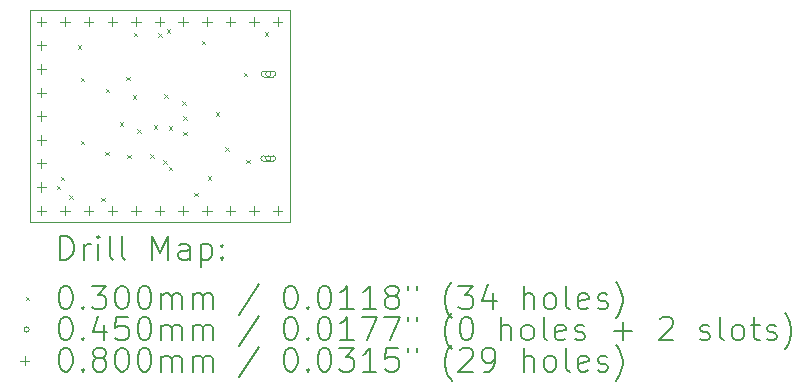
<source format=gbr>
%TF.GenerationSoftware,KiCad,Pcbnew,9.0.1-9.0.1-0~ubuntu25.04.1*%
%TF.CreationDate,2025-05-06T20:57:22+10:00*%
%TF.ProjectId,MiniUNO,4d696e69-554e-44f2-9e6b-696361645f70,rev?*%
%TF.SameCoordinates,Original*%
%TF.FileFunction,Drillmap*%
%TF.FilePolarity,Positive*%
%FSLAX45Y45*%
G04 Gerber Fmt 4.5, Leading zero omitted, Abs format (unit mm)*
G04 Created by KiCad (PCBNEW 9.0.1-9.0.1-0~ubuntu25.04.1) date 2025-05-06 20:57:22*
%MOMM*%
%LPD*%
G01*
G04 APERTURE LIST*
%ADD10C,0.050000*%
%ADD11C,0.200000*%
%ADD12C,0.100000*%
G04 APERTURE END LIST*
D10*
X-900000Y900000D02*
X1300000Y900000D01*
X1300000Y-900000D01*
X-900000Y-900000D01*
X-900000Y900000D01*
D11*
D12*
X-670770Y-589270D02*
X-640770Y-619270D01*
X-640770Y-589270D02*
X-670770Y-619270D01*
X-637460Y-513540D02*
X-607460Y-543540D01*
X-607460Y-513540D02*
X-637460Y-543540D01*
X-562890Y-668530D02*
X-532890Y-698530D01*
X-532890Y-668530D02*
X-562890Y-698530D01*
X-494080Y600920D02*
X-464080Y570920D01*
X-464080Y600920D02*
X-494080Y570920D01*
X-468830Y325600D02*
X-438830Y295600D01*
X-438830Y325600D02*
X-468830Y295600D01*
X-466460Y-208860D02*
X-436460Y-238860D01*
X-436460Y-208860D02*
X-466460Y-238860D01*
X-293840Y-689040D02*
X-263840Y-719040D01*
X-263840Y-689040D02*
X-293840Y-719040D01*
X-258540Y-302880D02*
X-228540Y-332880D01*
X-228540Y-302880D02*
X-258540Y-332880D01*
X-257320Y231710D02*
X-227320Y201710D01*
X-227320Y231710D02*
X-257320Y201710D01*
X-138550Y-51370D02*
X-108550Y-81370D01*
X-108550Y-51370D02*
X-138550Y-81370D01*
X-81440Y335260D02*
X-51440Y305260D01*
X-51440Y335260D02*
X-81440Y305260D01*
X-74850Y-324920D02*
X-44850Y-354920D01*
X-44850Y-324920D02*
X-74850Y-354920D01*
X-27430Y175700D02*
X2570Y145700D01*
X2570Y175700D02*
X-27430Y145700D01*
X-20000Y706250D02*
X10000Y676250D01*
X10000Y706250D02*
X-20000Y676250D01*
X12370Y-110950D02*
X42370Y-140950D01*
X42370Y-110950D02*
X12370Y-140950D01*
X119820Y-320040D02*
X149820Y-350040D01*
X149820Y-320040D02*
X119820Y-350040D01*
X151240Y-78310D02*
X181240Y-108310D01*
X181240Y-78310D02*
X151240Y-108310D01*
X186530Y702870D02*
X216530Y672870D01*
X216530Y702870D02*
X186530Y672870D01*
X230560Y-373450D02*
X260560Y-403450D01*
X260560Y-373450D02*
X230560Y-403450D01*
X237770Y185620D02*
X267770Y155620D01*
X267770Y185620D02*
X237770Y155620D01*
X260850Y734700D02*
X290850Y704700D01*
X290850Y734700D02*
X260850Y704700D01*
X275500Y-427760D02*
X305500Y-457760D01*
X305500Y-427760D02*
X275500Y-457760D01*
X278770Y-84180D02*
X308770Y-114180D01*
X308770Y-84180D02*
X278770Y-114180D01*
X392930Y127140D02*
X422930Y97140D01*
X422930Y127140D02*
X392930Y97140D01*
X400170Y-240D02*
X430170Y-30240D01*
X430170Y-240D02*
X400170Y-30240D01*
X401210Y-133000D02*
X431210Y-163000D01*
X431210Y-133000D02*
X401210Y-163000D01*
X491710Y-646850D02*
X521710Y-676850D01*
X521710Y-646850D02*
X491710Y-676850D01*
X557350Y637390D02*
X587350Y607390D01*
X587350Y637390D02*
X557350Y607390D01*
X605790Y-507860D02*
X635790Y-537860D01*
X635790Y-507860D02*
X605790Y-537860D01*
X674730Y31400D02*
X704730Y1400D01*
X704730Y31400D02*
X674730Y1400D01*
X755140Y-261170D02*
X785140Y-291170D01*
X785140Y-261170D02*
X755140Y-291170D01*
X912650Y366380D02*
X942650Y336380D01*
X942650Y366380D02*
X912650Y336380D01*
X935730Y-368930D02*
X965730Y-398930D01*
X965730Y-368930D02*
X935730Y-398930D01*
X1089210Y711970D02*
X1119210Y681970D01*
X1119210Y711970D02*
X1089210Y681970D01*
X1142500Y357500D02*
G75*
G02*
X1097500Y357500I-22500J0D01*
G01*
X1097500Y357500D02*
G75*
G02*
X1142500Y357500I22500J0D01*
G01*
X1080000Y335000D02*
X1160000Y335000D01*
X1160000Y380000D02*
G75*
G02*
X1160000Y335000I0J-22500D01*
G01*
X1160000Y380000D02*
X1080000Y380000D01*
X1080000Y380000D02*
G75*
G03*
X1080000Y335000I0J-22500D01*
G01*
X1142500Y-357500D02*
G75*
G02*
X1097500Y-357500I-22500J0D01*
G01*
X1097500Y-357500D02*
G75*
G02*
X1142500Y-357500I22500J0D01*
G01*
X1160000Y-335000D02*
X1080000Y-335000D01*
X1080000Y-380000D02*
G75*
G02*
X1080000Y-335000I0J22500D01*
G01*
X1080000Y-380000D02*
X1160000Y-380000D01*
X1160000Y-380000D02*
G75*
G03*
X1160000Y-335000I0J22500D01*
G01*
X-800000Y840000D02*
X-800000Y760000D01*
X-840000Y800000D02*
X-760000Y800000D01*
X-800000Y640000D02*
X-800000Y560000D01*
X-840000Y600000D02*
X-760000Y600000D01*
X-800000Y440000D02*
X-800000Y360000D01*
X-840000Y400000D02*
X-760000Y400000D01*
X-800000Y240000D02*
X-800000Y160000D01*
X-840000Y200000D02*
X-760000Y200000D01*
X-800000Y40000D02*
X-800000Y-40000D01*
X-840000Y0D02*
X-760000Y0D01*
X-800000Y-160000D02*
X-800000Y-240000D01*
X-840000Y-200000D02*
X-760000Y-200000D01*
X-800000Y-360000D02*
X-800000Y-440000D01*
X-840000Y-400000D02*
X-760000Y-400000D01*
X-800000Y-560000D02*
X-800000Y-640000D01*
X-840000Y-600000D02*
X-760000Y-600000D01*
X-800000Y-760000D02*
X-800000Y-840000D01*
X-840000Y-800000D02*
X-760000Y-800000D01*
X-600000Y840000D02*
X-600000Y760000D01*
X-640000Y800000D02*
X-560000Y800000D01*
X-600000Y-760000D02*
X-600000Y-840000D01*
X-640000Y-800000D02*
X-560000Y-800000D01*
X-400000Y840000D02*
X-400000Y760000D01*
X-440000Y800000D02*
X-360000Y800000D01*
X-400000Y-760000D02*
X-400000Y-840000D01*
X-440000Y-800000D02*
X-360000Y-800000D01*
X-200000Y840000D02*
X-200000Y760000D01*
X-240000Y800000D02*
X-160000Y800000D01*
X-200000Y-760000D02*
X-200000Y-840000D01*
X-240000Y-800000D02*
X-160000Y-800000D01*
X0Y840000D02*
X0Y760000D01*
X-40000Y800000D02*
X40000Y800000D01*
X0Y-760000D02*
X0Y-840000D01*
X-40000Y-800000D02*
X40000Y-800000D01*
X200000Y840000D02*
X200000Y760000D01*
X160000Y800000D02*
X240000Y800000D01*
X200000Y-760000D02*
X200000Y-840000D01*
X160000Y-800000D02*
X240000Y-800000D01*
X400000Y840000D02*
X400000Y760000D01*
X360000Y800000D02*
X440000Y800000D01*
X400000Y-760000D02*
X400000Y-840000D01*
X360000Y-800000D02*
X440000Y-800000D01*
X600000Y840000D02*
X600000Y760000D01*
X560000Y800000D02*
X640000Y800000D01*
X600000Y-760000D02*
X600000Y-840000D01*
X560000Y-800000D02*
X640000Y-800000D01*
X800000Y840000D02*
X800000Y760000D01*
X760000Y800000D02*
X840000Y800000D01*
X800000Y-760000D02*
X800000Y-840000D01*
X760000Y-800000D02*
X840000Y-800000D01*
X1000000Y840000D02*
X1000000Y760000D01*
X960000Y800000D02*
X1040000Y800000D01*
X1000000Y-760000D02*
X1000000Y-840000D01*
X960000Y-800000D02*
X1040000Y-800000D01*
X1200000Y840000D02*
X1200000Y760000D01*
X1160000Y800000D02*
X1240000Y800000D01*
X1200000Y-760000D02*
X1200000Y-840000D01*
X1160000Y-800000D02*
X1240000Y-800000D01*
D11*
X-641723Y-1213984D02*
X-641723Y-1013984D01*
X-641723Y-1013984D02*
X-594104Y-1013984D01*
X-594104Y-1013984D02*
X-565533Y-1023508D01*
X-565533Y-1023508D02*
X-546485Y-1042555D01*
X-546485Y-1042555D02*
X-536961Y-1061603D01*
X-536961Y-1061603D02*
X-527437Y-1099698D01*
X-527437Y-1099698D02*
X-527437Y-1128270D01*
X-527437Y-1128270D02*
X-536961Y-1166365D01*
X-536961Y-1166365D02*
X-546485Y-1185412D01*
X-546485Y-1185412D02*
X-565533Y-1204460D01*
X-565533Y-1204460D02*
X-594104Y-1213984D01*
X-594104Y-1213984D02*
X-641723Y-1213984D01*
X-441723Y-1213984D02*
X-441723Y-1080650D01*
X-441723Y-1118746D02*
X-432199Y-1099698D01*
X-432199Y-1099698D02*
X-422675Y-1090174D01*
X-422675Y-1090174D02*
X-403628Y-1080650D01*
X-403628Y-1080650D02*
X-384580Y-1080650D01*
X-317914Y-1213984D02*
X-317914Y-1080650D01*
X-317914Y-1013984D02*
X-327437Y-1023508D01*
X-327437Y-1023508D02*
X-317914Y-1033031D01*
X-317914Y-1033031D02*
X-308390Y-1023508D01*
X-308390Y-1023508D02*
X-317914Y-1013984D01*
X-317914Y-1013984D02*
X-317914Y-1033031D01*
X-194104Y-1213984D02*
X-213152Y-1204460D01*
X-213152Y-1204460D02*
X-222675Y-1185412D01*
X-222675Y-1185412D02*
X-222675Y-1013984D01*
X-89342Y-1213984D02*
X-108390Y-1204460D01*
X-108390Y-1204460D02*
X-117914Y-1185412D01*
X-117914Y-1185412D02*
X-117914Y-1013984D01*
X139229Y-1213984D02*
X139229Y-1013984D01*
X139229Y-1013984D02*
X205896Y-1156841D01*
X205896Y-1156841D02*
X272563Y-1013984D01*
X272563Y-1013984D02*
X272563Y-1213984D01*
X453515Y-1213984D02*
X453515Y-1109222D01*
X453515Y-1109222D02*
X443991Y-1090174D01*
X443991Y-1090174D02*
X424943Y-1080650D01*
X424943Y-1080650D02*
X386848Y-1080650D01*
X386848Y-1080650D02*
X367801Y-1090174D01*
X453515Y-1204460D02*
X434467Y-1213984D01*
X434467Y-1213984D02*
X386848Y-1213984D01*
X386848Y-1213984D02*
X367801Y-1204460D01*
X367801Y-1204460D02*
X358277Y-1185412D01*
X358277Y-1185412D02*
X358277Y-1166365D01*
X358277Y-1166365D02*
X367801Y-1147317D01*
X367801Y-1147317D02*
X386848Y-1137793D01*
X386848Y-1137793D02*
X434467Y-1137793D01*
X434467Y-1137793D02*
X453515Y-1128270D01*
X548753Y-1080650D02*
X548753Y-1280650D01*
X548753Y-1090174D02*
X567801Y-1080650D01*
X567801Y-1080650D02*
X605896Y-1080650D01*
X605896Y-1080650D02*
X624944Y-1090174D01*
X624944Y-1090174D02*
X634467Y-1099698D01*
X634467Y-1099698D02*
X643991Y-1118746D01*
X643991Y-1118746D02*
X643991Y-1175889D01*
X643991Y-1175889D02*
X634467Y-1194936D01*
X634467Y-1194936D02*
X624944Y-1204460D01*
X624944Y-1204460D02*
X605896Y-1213984D01*
X605896Y-1213984D02*
X567801Y-1213984D01*
X567801Y-1213984D02*
X548753Y-1204460D01*
X729705Y-1194936D02*
X739229Y-1204460D01*
X739229Y-1204460D02*
X729705Y-1213984D01*
X729705Y-1213984D02*
X720182Y-1204460D01*
X720182Y-1204460D02*
X729705Y-1194936D01*
X729705Y-1194936D02*
X729705Y-1213984D01*
X729705Y-1090174D02*
X739229Y-1099698D01*
X739229Y-1099698D02*
X729705Y-1109222D01*
X729705Y-1109222D02*
X720182Y-1099698D01*
X720182Y-1099698D02*
X729705Y-1090174D01*
X729705Y-1090174D02*
X729705Y-1109222D01*
D12*
X-932500Y-1527500D02*
X-902500Y-1557500D01*
X-902500Y-1527500D02*
X-932500Y-1557500D01*
D11*
X-603628Y-1433984D02*
X-584580Y-1433984D01*
X-584580Y-1433984D02*
X-565533Y-1443508D01*
X-565533Y-1443508D02*
X-556009Y-1453031D01*
X-556009Y-1453031D02*
X-546485Y-1472079D01*
X-546485Y-1472079D02*
X-536961Y-1510174D01*
X-536961Y-1510174D02*
X-536961Y-1557793D01*
X-536961Y-1557793D02*
X-546485Y-1595888D01*
X-546485Y-1595888D02*
X-556009Y-1614936D01*
X-556009Y-1614936D02*
X-565533Y-1624460D01*
X-565533Y-1624460D02*
X-584580Y-1633984D01*
X-584580Y-1633984D02*
X-603628Y-1633984D01*
X-603628Y-1633984D02*
X-622676Y-1624460D01*
X-622676Y-1624460D02*
X-632199Y-1614936D01*
X-632199Y-1614936D02*
X-641723Y-1595888D01*
X-641723Y-1595888D02*
X-651247Y-1557793D01*
X-651247Y-1557793D02*
X-651247Y-1510174D01*
X-651247Y-1510174D02*
X-641723Y-1472079D01*
X-641723Y-1472079D02*
X-632199Y-1453031D01*
X-632199Y-1453031D02*
X-622676Y-1443508D01*
X-622676Y-1443508D02*
X-603628Y-1433984D01*
X-451247Y-1614936D02*
X-441723Y-1624460D01*
X-441723Y-1624460D02*
X-451247Y-1633984D01*
X-451247Y-1633984D02*
X-460771Y-1624460D01*
X-460771Y-1624460D02*
X-451247Y-1614936D01*
X-451247Y-1614936D02*
X-451247Y-1633984D01*
X-375056Y-1433984D02*
X-251247Y-1433984D01*
X-251247Y-1433984D02*
X-317914Y-1510174D01*
X-317914Y-1510174D02*
X-289342Y-1510174D01*
X-289342Y-1510174D02*
X-270295Y-1519698D01*
X-270295Y-1519698D02*
X-260771Y-1529222D01*
X-260771Y-1529222D02*
X-251247Y-1548269D01*
X-251247Y-1548269D02*
X-251247Y-1595888D01*
X-251247Y-1595888D02*
X-260771Y-1614936D01*
X-260771Y-1614936D02*
X-270295Y-1624460D01*
X-270295Y-1624460D02*
X-289342Y-1633984D01*
X-289342Y-1633984D02*
X-346485Y-1633984D01*
X-346485Y-1633984D02*
X-365533Y-1624460D01*
X-365533Y-1624460D02*
X-375056Y-1614936D01*
X-127437Y-1433984D02*
X-108390Y-1433984D01*
X-108390Y-1433984D02*
X-89342Y-1443508D01*
X-89342Y-1443508D02*
X-79818Y-1453031D01*
X-79818Y-1453031D02*
X-70295Y-1472079D01*
X-70295Y-1472079D02*
X-60771Y-1510174D01*
X-60771Y-1510174D02*
X-60771Y-1557793D01*
X-60771Y-1557793D02*
X-70295Y-1595888D01*
X-70295Y-1595888D02*
X-79818Y-1614936D01*
X-79818Y-1614936D02*
X-89342Y-1624460D01*
X-89342Y-1624460D02*
X-108390Y-1633984D01*
X-108390Y-1633984D02*
X-127437Y-1633984D01*
X-127437Y-1633984D02*
X-146485Y-1624460D01*
X-146485Y-1624460D02*
X-156009Y-1614936D01*
X-156009Y-1614936D02*
X-165533Y-1595888D01*
X-165533Y-1595888D02*
X-175056Y-1557793D01*
X-175056Y-1557793D02*
X-175056Y-1510174D01*
X-175056Y-1510174D02*
X-165533Y-1472079D01*
X-165533Y-1472079D02*
X-156009Y-1453031D01*
X-156009Y-1453031D02*
X-146485Y-1443508D01*
X-146485Y-1443508D02*
X-127437Y-1433984D01*
X63039Y-1433984D02*
X82086Y-1433984D01*
X82086Y-1433984D02*
X101134Y-1443508D01*
X101134Y-1443508D02*
X110658Y-1453031D01*
X110658Y-1453031D02*
X120182Y-1472079D01*
X120182Y-1472079D02*
X129705Y-1510174D01*
X129705Y-1510174D02*
X129705Y-1557793D01*
X129705Y-1557793D02*
X120182Y-1595888D01*
X120182Y-1595888D02*
X110658Y-1614936D01*
X110658Y-1614936D02*
X101134Y-1624460D01*
X101134Y-1624460D02*
X82086Y-1633984D01*
X82086Y-1633984D02*
X63039Y-1633984D01*
X63039Y-1633984D02*
X43991Y-1624460D01*
X43991Y-1624460D02*
X34467Y-1614936D01*
X34467Y-1614936D02*
X24943Y-1595888D01*
X24943Y-1595888D02*
X15420Y-1557793D01*
X15420Y-1557793D02*
X15420Y-1510174D01*
X15420Y-1510174D02*
X24943Y-1472079D01*
X24943Y-1472079D02*
X34467Y-1453031D01*
X34467Y-1453031D02*
X43991Y-1443508D01*
X43991Y-1443508D02*
X63039Y-1433984D01*
X215420Y-1633984D02*
X215420Y-1500650D01*
X215420Y-1519698D02*
X224943Y-1510174D01*
X224943Y-1510174D02*
X243991Y-1500650D01*
X243991Y-1500650D02*
X272563Y-1500650D01*
X272563Y-1500650D02*
X291610Y-1510174D01*
X291610Y-1510174D02*
X301134Y-1529222D01*
X301134Y-1529222D02*
X301134Y-1633984D01*
X301134Y-1529222D02*
X310658Y-1510174D01*
X310658Y-1510174D02*
X329705Y-1500650D01*
X329705Y-1500650D02*
X358277Y-1500650D01*
X358277Y-1500650D02*
X377324Y-1510174D01*
X377324Y-1510174D02*
X386848Y-1529222D01*
X386848Y-1529222D02*
X386848Y-1633984D01*
X482086Y-1633984D02*
X482086Y-1500650D01*
X482086Y-1519698D02*
X491610Y-1510174D01*
X491610Y-1510174D02*
X510658Y-1500650D01*
X510658Y-1500650D02*
X539229Y-1500650D01*
X539229Y-1500650D02*
X558277Y-1510174D01*
X558277Y-1510174D02*
X567801Y-1529222D01*
X567801Y-1529222D02*
X567801Y-1633984D01*
X567801Y-1529222D02*
X577325Y-1510174D01*
X577325Y-1510174D02*
X596372Y-1500650D01*
X596372Y-1500650D02*
X624944Y-1500650D01*
X624944Y-1500650D02*
X643991Y-1510174D01*
X643991Y-1510174D02*
X653515Y-1529222D01*
X653515Y-1529222D02*
X653515Y-1633984D01*
X1043991Y-1424460D02*
X872563Y-1681603D01*
X1301134Y-1433984D02*
X1320182Y-1433984D01*
X1320182Y-1433984D02*
X1339229Y-1443508D01*
X1339229Y-1443508D02*
X1348753Y-1453031D01*
X1348753Y-1453031D02*
X1358277Y-1472079D01*
X1358277Y-1472079D02*
X1367801Y-1510174D01*
X1367801Y-1510174D02*
X1367801Y-1557793D01*
X1367801Y-1557793D02*
X1358277Y-1595888D01*
X1358277Y-1595888D02*
X1348753Y-1614936D01*
X1348753Y-1614936D02*
X1339229Y-1624460D01*
X1339229Y-1624460D02*
X1320182Y-1633984D01*
X1320182Y-1633984D02*
X1301134Y-1633984D01*
X1301134Y-1633984D02*
X1282087Y-1624460D01*
X1282087Y-1624460D02*
X1272563Y-1614936D01*
X1272563Y-1614936D02*
X1263039Y-1595888D01*
X1263039Y-1595888D02*
X1253515Y-1557793D01*
X1253515Y-1557793D02*
X1253515Y-1510174D01*
X1253515Y-1510174D02*
X1263039Y-1472079D01*
X1263039Y-1472079D02*
X1272563Y-1453031D01*
X1272563Y-1453031D02*
X1282087Y-1443508D01*
X1282087Y-1443508D02*
X1301134Y-1433984D01*
X1453515Y-1614936D02*
X1463039Y-1624460D01*
X1463039Y-1624460D02*
X1453515Y-1633984D01*
X1453515Y-1633984D02*
X1443991Y-1624460D01*
X1443991Y-1624460D02*
X1453515Y-1614936D01*
X1453515Y-1614936D02*
X1453515Y-1633984D01*
X1586848Y-1433984D02*
X1605896Y-1433984D01*
X1605896Y-1433984D02*
X1624944Y-1443508D01*
X1624944Y-1443508D02*
X1634467Y-1453031D01*
X1634467Y-1453031D02*
X1643991Y-1472079D01*
X1643991Y-1472079D02*
X1653515Y-1510174D01*
X1653515Y-1510174D02*
X1653515Y-1557793D01*
X1653515Y-1557793D02*
X1643991Y-1595888D01*
X1643991Y-1595888D02*
X1634467Y-1614936D01*
X1634467Y-1614936D02*
X1624944Y-1624460D01*
X1624944Y-1624460D02*
X1605896Y-1633984D01*
X1605896Y-1633984D02*
X1586848Y-1633984D01*
X1586848Y-1633984D02*
X1567801Y-1624460D01*
X1567801Y-1624460D02*
X1558277Y-1614936D01*
X1558277Y-1614936D02*
X1548753Y-1595888D01*
X1548753Y-1595888D02*
X1539229Y-1557793D01*
X1539229Y-1557793D02*
X1539229Y-1510174D01*
X1539229Y-1510174D02*
X1548753Y-1472079D01*
X1548753Y-1472079D02*
X1558277Y-1453031D01*
X1558277Y-1453031D02*
X1567801Y-1443508D01*
X1567801Y-1443508D02*
X1586848Y-1433984D01*
X1843991Y-1633984D02*
X1729706Y-1633984D01*
X1786848Y-1633984D02*
X1786848Y-1433984D01*
X1786848Y-1433984D02*
X1767801Y-1462555D01*
X1767801Y-1462555D02*
X1748753Y-1481603D01*
X1748753Y-1481603D02*
X1729706Y-1491127D01*
X2034467Y-1633984D02*
X1920182Y-1633984D01*
X1977325Y-1633984D02*
X1977325Y-1433984D01*
X1977325Y-1433984D02*
X1958277Y-1462555D01*
X1958277Y-1462555D02*
X1939229Y-1481603D01*
X1939229Y-1481603D02*
X1920182Y-1491127D01*
X2148753Y-1519698D02*
X2129706Y-1510174D01*
X2129706Y-1510174D02*
X2120182Y-1500650D01*
X2120182Y-1500650D02*
X2110658Y-1481603D01*
X2110658Y-1481603D02*
X2110658Y-1472079D01*
X2110658Y-1472079D02*
X2120182Y-1453031D01*
X2120182Y-1453031D02*
X2129706Y-1443508D01*
X2129706Y-1443508D02*
X2148753Y-1433984D01*
X2148753Y-1433984D02*
X2186849Y-1433984D01*
X2186849Y-1433984D02*
X2205896Y-1443508D01*
X2205896Y-1443508D02*
X2215420Y-1453031D01*
X2215420Y-1453031D02*
X2224944Y-1472079D01*
X2224944Y-1472079D02*
X2224944Y-1481603D01*
X2224944Y-1481603D02*
X2215420Y-1500650D01*
X2215420Y-1500650D02*
X2205896Y-1510174D01*
X2205896Y-1510174D02*
X2186849Y-1519698D01*
X2186849Y-1519698D02*
X2148753Y-1519698D01*
X2148753Y-1519698D02*
X2129706Y-1529222D01*
X2129706Y-1529222D02*
X2120182Y-1538746D01*
X2120182Y-1538746D02*
X2110658Y-1557793D01*
X2110658Y-1557793D02*
X2110658Y-1595888D01*
X2110658Y-1595888D02*
X2120182Y-1614936D01*
X2120182Y-1614936D02*
X2129706Y-1624460D01*
X2129706Y-1624460D02*
X2148753Y-1633984D01*
X2148753Y-1633984D02*
X2186849Y-1633984D01*
X2186849Y-1633984D02*
X2205896Y-1624460D01*
X2205896Y-1624460D02*
X2215420Y-1614936D01*
X2215420Y-1614936D02*
X2224944Y-1595888D01*
X2224944Y-1595888D02*
X2224944Y-1557793D01*
X2224944Y-1557793D02*
X2215420Y-1538746D01*
X2215420Y-1538746D02*
X2205896Y-1529222D01*
X2205896Y-1529222D02*
X2186849Y-1519698D01*
X2301134Y-1433984D02*
X2301134Y-1472079D01*
X2377325Y-1433984D02*
X2377325Y-1472079D01*
X2672563Y-1710174D02*
X2663039Y-1700650D01*
X2663039Y-1700650D02*
X2643991Y-1672079D01*
X2643991Y-1672079D02*
X2634468Y-1653031D01*
X2634468Y-1653031D02*
X2624944Y-1624460D01*
X2624944Y-1624460D02*
X2615420Y-1576841D01*
X2615420Y-1576841D02*
X2615420Y-1538746D01*
X2615420Y-1538746D02*
X2624944Y-1491127D01*
X2624944Y-1491127D02*
X2634468Y-1462555D01*
X2634468Y-1462555D02*
X2643991Y-1443508D01*
X2643991Y-1443508D02*
X2663039Y-1414936D01*
X2663039Y-1414936D02*
X2672563Y-1405412D01*
X2729706Y-1433984D02*
X2853515Y-1433984D01*
X2853515Y-1433984D02*
X2786849Y-1510174D01*
X2786849Y-1510174D02*
X2815420Y-1510174D01*
X2815420Y-1510174D02*
X2834468Y-1519698D01*
X2834468Y-1519698D02*
X2843991Y-1529222D01*
X2843991Y-1529222D02*
X2853515Y-1548269D01*
X2853515Y-1548269D02*
X2853515Y-1595888D01*
X2853515Y-1595888D02*
X2843991Y-1614936D01*
X2843991Y-1614936D02*
X2834468Y-1624460D01*
X2834468Y-1624460D02*
X2815420Y-1633984D01*
X2815420Y-1633984D02*
X2758277Y-1633984D01*
X2758277Y-1633984D02*
X2739230Y-1624460D01*
X2739230Y-1624460D02*
X2729706Y-1614936D01*
X3024944Y-1500650D02*
X3024944Y-1633984D01*
X2977325Y-1424460D02*
X2929706Y-1567317D01*
X2929706Y-1567317D02*
X3053515Y-1567317D01*
X3282087Y-1633984D02*
X3282087Y-1433984D01*
X3367801Y-1633984D02*
X3367801Y-1529222D01*
X3367801Y-1529222D02*
X3358277Y-1510174D01*
X3358277Y-1510174D02*
X3339230Y-1500650D01*
X3339230Y-1500650D02*
X3310658Y-1500650D01*
X3310658Y-1500650D02*
X3291610Y-1510174D01*
X3291610Y-1510174D02*
X3282087Y-1519698D01*
X3491610Y-1633984D02*
X3472563Y-1624460D01*
X3472563Y-1624460D02*
X3463039Y-1614936D01*
X3463039Y-1614936D02*
X3453515Y-1595888D01*
X3453515Y-1595888D02*
X3453515Y-1538746D01*
X3453515Y-1538746D02*
X3463039Y-1519698D01*
X3463039Y-1519698D02*
X3472563Y-1510174D01*
X3472563Y-1510174D02*
X3491610Y-1500650D01*
X3491610Y-1500650D02*
X3520182Y-1500650D01*
X3520182Y-1500650D02*
X3539230Y-1510174D01*
X3539230Y-1510174D02*
X3548753Y-1519698D01*
X3548753Y-1519698D02*
X3558277Y-1538746D01*
X3558277Y-1538746D02*
X3558277Y-1595888D01*
X3558277Y-1595888D02*
X3548753Y-1614936D01*
X3548753Y-1614936D02*
X3539230Y-1624460D01*
X3539230Y-1624460D02*
X3520182Y-1633984D01*
X3520182Y-1633984D02*
X3491610Y-1633984D01*
X3672563Y-1633984D02*
X3653515Y-1624460D01*
X3653515Y-1624460D02*
X3643991Y-1605412D01*
X3643991Y-1605412D02*
X3643991Y-1433984D01*
X3824944Y-1624460D02*
X3805896Y-1633984D01*
X3805896Y-1633984D02*
X3767801Y-1633984D01*
X3767801Y-1633984D02*
X3748753Y-1624460D01*
X3748753Y-1624460D02*
X3739230Y-1605412D01*
X3739230Y-1605412D02*
X3739230Y-1529222D01*
X3739230Y-1529222D02*
X3748753Y-1510174D01*
X3748753Y-1510174D02*
X3767801Y-1500650D01*
X3767801Y-1500650D02*
X3805896Y-1500650D01*
X3805896Y-1500650D02*
X3824944Y-1510174D01*
X3824944Y-1510174D02*
X3834468Y-1529222D01*
X3834468Y-1529222D02*
X3834468Y-1548269D01*
X3834468Y-1548269D02*
X3739230Y-1567317D01*
X3910658Y-1624460D02*
X3929706Y-1633984D01*
X3929706Y-1633984D02*
X3967801Y-1633984D01*
X3967801Y-1633984D02*
X3986849Y-1624460D01*
X3986849Y-1624460D02*
X3996372Y-1605412D01*
X3996372Y-1605412D02*
X3996372Y-1595888D01*
X3996372Y-1595888D02*
X3986849Y-1576841D01*
X3986849Y-1576841D02*
X3967801Y-1567317D01*
X3967801Y-1567317D02*
X3939230Y-1567317D01*
X3939230Y-1567317D02*
X3920182Y-1557793D01*
X3920182Y-1557793D02*
X3910658Y-1538746D01*
X3910658Y-1538746D02*
X3910658Y-1529222D01*
X3910658Y-1529222D02*
X3920182Y-1510174D01*
X3920182Y-1510174D02*
X3939230Y-1500650D01*
X3939230Y-1500650D02*
X3967801Y-1500650D01*
X3967801Y-1500650D02*
X3986849Y-1510174D01*
X4063039Y-1710174D02*
X4072563Y-1700650D01*
X4072563Y-1700650D02*
X4091611Y-1672079D01*
X4091611Y-1672079D02*
X4101134Y-1653031D01*
X4101134Y-1653031D02*
X4110658Y-1624460D01*
X4110658Y-1624460D02*
X4120182Y-1576841D01*
X4120182Y-1576841D02*
X4120182Y-1538746D01*
X4120182Y-1538746D02*
X4110658Y-1491127D01*
X4110658Y-1491127D02*
X4101134Y-1462555D01*
X4101134Y-1462555D02*
X4091611Y-1443508D01*
X4091611Y-1443508D02*
X4072563Y-1414936D01*
X4072563Y-1414936D02*
X4063039Y-1405412D01*
D12*
X-902500Y-1806500D02*
G75*
G02*
X-947500Y-1806500I-22500J0D01*
G01*
X-947500Y-1806500D02*
G75*
G02*
X-902500Y-1806500I22500J0D01*
G01*
D11*
X-603628Y-1697984D02*
X-584580Y-1697984D01*
X-584580Y-1697984D02*
X-565533Y-1707508D01*
X-565533Y-1707508D02*
X-556009Y-1717031D01*
X-556009Y-1717031D02*
X-546485Y-1736079D01*
X-546485Y-1736079D02*
X-536961Y-1774174D01*
X-536961Y-1774174D02*
X-536961Y-1821793D01*
X-536961Y-1821793D02*
X-546485Y-1859888D01*
X-546485Y-1859888D02*
X-556009Y-1878936D01*
X-556009Y-1878936D02*
X-565533Y-1888460D01*
X-565533Y-1888460D02*
X-584580Y-1897984D01*
X-584580Y-1897984D02*
X-603628Y-1897984D01*
X-603628Y-1897984D02*
X-622676Y-1888460D01*
X-622676Y-1888460D02*
X-632199Y-1878936D01*
X-632199Y-1878936D02*
X-641723Y-1859888D01*
X-641723Y-1859888D02*
X-651247Y-1821793D01*
X-651247Y-1821793D02*
X-651247Y-1774174D01*
X-651247Y-1774174D02*
X-641723Y-1736079D01*
X-641723Y-1736079D02*
X-632199Y-1717031D01*
X-632199Y-1717031D02*
X-622676Y-1707508D01*
X-622676Y-1707508D02*
X-603628Y-1697984D01*
X-451247Y-1878936D02*
X-441723Y-1888460D01*
X-441723Y-1888460D02*
X-451247Y-1897984D01*
X-451247Y-1897984D02*
X-460771Y-1888460D01*
X-460771Y-1888460D02*
X-451247Y-1878936D01*
X-451247Y-1878936D02*
X-451247Y-1897984D01*
X-270295Y-1764650D02*
X-270295Y-1897984D01*
X-317914Y-1688460D02*
X-365533Y-1831317D01*
X-365533Y-1831317D02*
X-241723Y-1831317D01*
X-70295Y-1697984D02*
X-165533Y-1697984D01*
X-165533Y-1697984D02*
X-175056Y-1793222D01*
X-175056Y-1793222D02*
X-165533Y-1783698D01*
X-165533Y-1783698D02*
X-146485Y-1774174D01*
X-146485Y-1774174D02*
X-98866Y-1774174D01*
X-98866Y-1774174D02*
X-79818Y-1783698D01*
X-79818Y-1783698D02*
X-70295Y-1793222D01*
X-70295Y-1793222D02*
X-60771Y-1812269D01*
X-60771Y-1812269D02*
X-60771Y-1859888D01*
X-60771Y-1859888D02*
X-70295Y-1878936D01*
X-70295Y-1878936D02*
X-79818Y-1888460D01*
X-79818Y-1888460D02*
X-98866Y-1897984D01*
X-98866Y-1897984D02*
X-146485Y-1897984D01*
X-146485Y-1897984D02*
X-165533Y-1888460D01*
X-165533Y-1888460D02*
X-175056Y-1878936D01*
X63039Y-1697984D02*
X82086Y-1697984D01*
X82086Y-1697984D02*
X101134Y-1707508D01*
X101134Y-1707508D02*
X110658Y-1717031D01*
X110658Y-1717031D02*
X120182Y-1736079D01*
X120182Y-1736079D02*
X129705Y-1774174D01*
X129705Y-1774174D02*
X129705Y-1821793D01*
X129705Y-1821793D02*
X120182Y-1859888D01*
X120182Y-1859888D02*
X110658Y-1878936D01*
X110658Y-1878936D02*
X101134Y-1888460D01*
X101134Y-1888460D02*
X82086Y-1897984D01*
X82086Y-1897984D02*
X63039Y-1897984D01*
X63039Y-1897984D02*
X43991Y-1888460D01*
X43991Y-1888460D02*
X34467Y-1878936D01*
X34467Y-1878936D02*
X24943Y-1859888D01*
X24943Y-1859888D02*
X15420Y-1821793D01*
X15420Y-1821793D02*
X15420Y-1774174D01*
X15420Y-1774174D02*
X24943Y-1736079D01*
X24943Y-1736079D02*
X34467Y-1717031D01*
X34467Y-1717031D02*
X43991Y-1707508D01*
X43991Y-1707508D02*
X63039Y-1697984D01*
X215420Y-1897984D02*
X215420Y-1764650D01*
X215420Y-1783698D02*
X224943Y-1774174D01*
X224943Y-1774174D02*
X243991Y-1764650D01*
X243991Y-1764650D02*
X272563Y-1764650D01*
X272563Y-1764650D02*
X291610Y-1774174D01*
X291610Y-1774174D02*
X301134Y-1793222D01*
X301134Y-1793222D02*
X301134Y-1897984D01*
X301134Y-1793222D02*
X310658Y-1774174D01*
X310658Y-1774174D02*
X329705Y-1764650D01*
X329705Y-1764650D02*
X358277Y-1764650D01*
X358277Y-1764650D02*
X377324Y-1774174D01*
X377324Y-1774174D02*
X386848Y-1793222D01*
X386848Y-1793222D02*
X386848Y-1897984D01*
X482086Y-1897984D02*
X482086Y-1764650D01*
X482086Y-1783698D02*
X491610Y-1774174D01*
X491610Y-1774174D02*
X510658Y-1764650D01*
X510658Y-1764650D02*
X539229Y-1764650D01*
X539229Y-1764650D02*
X558277Y-1774174D01*
X558277Y-1774174D02*
X567801Y-1793222D01*
X567801Y-1793222D02*
X567801Y-1897984D01*
X567801Y-1793222D02*
X577325Y-1774174D01*
X577325Y-1774174D02*
X596372Y-1764650D01*
X596372Y-1764650D02*
X624944Y-1764650D01*
X624944Y-1764650D02*
X643991Y-1774174D01*
X643991Y-1774174D02*
X653515Y-1793222D01*
X653515Y-1793222D02*
X653515Y-1897984D01*
X1043991Y-1688460D02*
X872563Y-1945603D01*
X1301134Y-1697984D02*
X1320182Y-1697984D01*
X1320182Y-1697984D02*
X1339229Y-1707508D01*
X1339229Y-1707508D02*
X1348753Y-1717031D01*
X1348753Y-1717031D02*
X1358277Y-1736079D01*
X1358277Y-1736079D02*
X1367801Y-1774174D01*
X1367801Y-1774174D02*
X1367801Y-1821793D01*
X1367801Y-1821793D02*
X1358277Y-1859888D01*
X1358277Y-1859888D02*
X1348753Y-1878936D01*
X1348753Y-1878936D02*
X1339229Y-1888460D01*
X1339229Y-1888460D02*
X1320182Y-1897984D01*
X1320182Y-1897984D02*
X1301134Y-1897984D01*
X1301134Y-1897984D02*
X1282087Y-1888460D01*
X1282087Y-1888460D02*
X1272563Y-1878936D01*
X1272563Y-1878936D02*
X1263039Y-1859888D01*
X1263039Y-1859888D02*
X1253515Y-1821793D01*
X1253515Y-1821793D02*
X1253515Y-1774174D01*
X1253515Y-1774174D02*
X1263039Y-1736079D01*
X1263039Y-1736079D02*
X1272563Y-1717031D01*
X1272563Y-1717031D02*
X1282087Y-1707508D01*
X1282087Y-1707508D02*
X1301134Y-1697984D01*
X1453515Y-1878936D02*
X1463039Y-1888460D01*
X1463039Y-1888460D02*
X1453515Y-1897984D01*
X1453515Y-1897984D02*
X1443991Y-1888460D01*
X1443991Y-1888460D02*
X1453515Y-1878936D01*
X1453515Y-1878936D02*
X1453515Y-1897984D01*
X1586848Y-1697984D02*
X1605896Y-1697984D01*
X1605896Y-1697984D02*
X1624944Y-1707508D01*
X1624944Y-1707508D02*
X1634467Y-1717031D01*
X1634467Y-1717031D02*
X1643991Y-1736079D01*
X1643991Y-1736079D02*
X1653515Y-1774174D01*
X1653515Y-1774174D02*
X1653515Y-1821793D01*
X1653515Y-1821793D02*
X1643991Y-1859888D01*
X1643991Y-1859888D02*
X1634467Y-1878936D01*
X1634467Y-1878936D02*
X1624944Y-1888460D01*
X1624944Y-1888460D02*
X1605896Y-1897984D01*
X1605896Y-1897984D02*
X1586848Y-1897984D01*
X1586848Y-1897984D02*
X1567801Y-1888460D01*
X1567801Y-1888460D02*
X1558277Y-1878936D01*
X1558277Y-1878936D02*
X1548753Y-1859888D01*
X1548753Y-1859888D02*
X1539229Y-1821793D01*
X1539229Y-1821793D02*
X1539229Y-1774174D01*
X1539229Y-1774174D02*
X1548753Y-1736079D01*
X1548753Y-1736079D02*
X1558277Y-1717031D01*
X1558277Y-1717031D02*
X1567801Y-1707508D01*
X1567801Y-1707508D02*
X1586848Y-1697984D01*
X1843991Y-1897984D02*
X1729706Y-1897984D01*
X1786848Y-1897984D02*
X1786848Y-1697984D01*
X1786848Y-1697984D02*
X1767801Y-1726555D01*
X1767801Y-1726555D02*
X1748753Y-1745603D01*
X1748753Y-1745603D02*
X1729706Y-1755127D01*
X1910658Y-1697984D02*
X2043991Y-1697984D01*
X2043991Y-1697984D02*
X1958277Y-1897984D01*
X2101134Y-1697984D02*
X2234468Y-1697984D01*
X2234468Y-1697984D02*
X2148753Y-1897984D01*
X2301134Y-1697984D02*
X2301134Y-1736079D01*
X2377325Y-1697984D02*
X2377325Y-1736079D01*
X2672563Y-1974174D02*
X2663039Y-1964650D01*
X2663039Y-1964650D02*
X2643991Y-1936079D01*
X2643991Y-1936079D02*
X2634468Y-1917031D01*
X2634468Y-1917031D02*
X2624944Y-1888460D01*
X2624944Y-1888460D02*
X2615420Y-1840841D01*
X2615420Y-1840841D02*
X2615420Y-1802746D01*
X2615420Y-1802746D02*
X2624944Y-1755127D01*
X2624944Y-1755127D02*
X2634468Y-1726555D01*
X2634468Y-1726555D02*
X2643991Y-1707508D01*
X2643991Y-1707508D02*
X2663039Y-1678936D01*
X2663039Y-1678936D02*
X2672563Y-1669412D01*
X2786849Y-1697984D02*
X2805896Y-1697984D01*
X2805896Y-1697984D02*
X2824944Y-1707508D01*
X2824944Y-1707508D02*
X2834468Y-1717031D01*
X2834468Y-1717031D02*
X2843991Y-1736079D01*
X2843991Y-1736079D02*
X2853515Y-1774174D01*
X2853515Y-1774174D02*
X2853515Y-1821793D01*
X2853515Y-1821793D02*
X2843991Y-1859888D01*
X2843991Y-1859888D02*
X2834468Y-1878936D01*
X2834468Y-1878936D02*
X2824944Y-1888460D01*
X2824944Y-1888460D02*
X2805896Y-1897984D01*
X2805896Y-1897984D02*
X2786849Y-1897984D01*
X2786849Y-1897984D02*
X2767801Y-1888460D01*
X2767801Y-1888460D02*
X2758277Y-1878936D01*
X2758277Y-1878936D02*
X2748753Y-1859888D01*
X2748753Y-1859888D02*
X2739230Y-1821793D01*
X2739230Y-1821793D02*
X2739230Y-1774174D01*
X2739230Y-1774174D02*
X2748753Y-1736079D01*
X2748753Y-1736079D02*
X2758277Y-1717031D01*
X2758277Y-1717031D02*
X2767801Y-1707508D01*
X2767801Y-1707508D02*
X2786849Y-1697984D01*
X3091610Y-1897984D02*
X3091610Y-1697984D01*
X3177325Y-1897984D02*
X3177325Y-1793222D01*
X3177325Y-1793222D02*
X3167801Y-1774174D01*
X3167801Y-1774174D02*
X3148753Y-1764650D01*
X3148753Y-1764650D02*
X3120182Y-1764650D01*
X3120182Y-1764650D02*
X3101134Y-1774174D01*
X3101134Y-1774174D02*
X3091610Y-1783698D01*
X3301134Y-1897984D02*
X3282087Y-1888460D01*
X3282087Y-1888460D02*
X3272563Y-1878936D01*
X3272563Y-1878936D02*
X3263039Y-1859888D01*
X3263039Y-1859888D02*
X3263039Y-1802746D01*
X3263039Y-1802746D02*
X3272563Y-1783698D01*
X3272563Y-1783698D02*
X3282087Y-1774174D01*
X3282087Y-1774174D02*
X3301134Y-1764650D01*
X3301134Y-1764650D02*
X3329706Y-1764650D01*
X3329706Y-1764650D02*
X3348753Y-1774174D01*
X3348753Y-1774174D02*
X3358277Y-1783698D01*
X3358277Y-1783698D02*
X3367801Y-1802746D01*
X3367801Y-1802746D02*
X3367801Y-1859888D01*
X3367801Y-1859888D02*
X3358277Y-1878936D01*
X3358277Y-1878936D02*
X3348753Y-1888460D01*
X3348753Y-1888460D02*
X3329706Y-1897984D01*
X3329706Y-1897984D02*
X3301134Y-1897984D01*
X3482087Y-1897984D02*
X3463039Y-1888460D01*
X3463039Y-1888460D02*
X3453515Y-1869412D01*
X3453515Y-1869412D02*
X3453515Y-1697984D01*
X3634468Y-1888460D02*
X3615420Y-1897984D01*
X3615420Y-1897984D02*
X3577325Y-1897984D01*
X3577325Y-1897984D02*
X3558277Y-1888460D01*
X3558277Y-1888460D02*
X3548753Y-1869412D01*
X3548753Y-1869412D02*
X3548753Y-1793222D01*
X3548753Y-1793222D02*
X3558277Y-1774174D01*
X3558277Y-1774174D02*
X3577325Y-1764650D01*
X3577325Y-1764650D02*
X3615420Y-1764650D01*
X3615420Y-1764650D02*
X3634468Y-1774174D01*
X3634468Y-1774174D02*
X3643991Y-1793222D01*
X3643991Y-1793222D02*
X3643991Y-1812269D01*
X3643991Y-1812269D02*
X3548753Y-1831317D01*
X3720182Y-1888460D02*
X3739230Y-1897984D01*
X3739230Y-1897984D02*
X3777325Y-1897984D01*
X3777325Y-1897984D02*
X3796372Y-1888460D01*
X3796372Y-1888460D02*
X3805896Y-1869412D01*
X3805896Y-1869412D02*
X3805896Y-1859888D01*
X3805896Y-1859888D02*
X3796372Y-1840841D01*
X3796372Y-1840841D02*
X3777325Y-1831317D01*
X3777325Y-1831317D02*
X3748753Y-1831317D01*
X3748753Y-1831317D02*
X3729706Y-1821793D01*
X3729706Y-1821793D02*
X3720182Y-1802746D01*
X3720182Y-1802746D02*
X3720182Y-1793222D01*
X3720182Y-1793222D02*
X3729706Y-1774174D01*
X3729706Y-1774174D02*
X3748753Y-1764650D01*
X3748753Y-1764650D02*
X3777325Y-1764650D01*
X3777325Y-1764650D02*
X3796372Y-1774174D01*
X4043992Y-1821793D02*
X4196373Y-1821793D01*
X4120182Y-1897984D02*
X4120182Y-1745603D01*
X4434468Y-1717031D02*
X4443992Y-1707508D01*
X4443992Y-1707508D02*
X4463039Y-1697984D01*
X4463039Y-1697984D02*
X4510658Y-1697984D01*
X4510658Y-1697984D02*
X4529706Y-1707508D01*
X4529706Y-1707508D02*
X4539230Y-1717031D01*
X4539230Y-1717031D02*
X4548754Y-1736079D01*
X4548754Y-1736079D02*
X4548754Y-1755127D01*
X4548754Y-1755127D02*
X4539230Y-1783698D01*
X4539230Y-1783698D02*
X4424944Y-1897984D01*
X4424944Y-1897984D02*
X4548754Y-1897984D01*
X4777325Y-1888460D02*
X4796373Y-1897984D01*
X4796373Y-1897984D02*
X4834468Y-1897984D01*
X4834468Y-1897984D02*
X4853516Y-1888460D01*
X4853516Y-1888460D02*
X4863039Y-1869412D01*
X4863039Y-1869412D02*
X4863039Y-1859888D01*
X4863039Y-1859888D02*
X4853516Y-1840841D01*
X4853516Y-1840841D02*
X4834468Y-1831317D01*
X4834468Y-1831317D02*
X4805896Y-1831317D01*
X4805896Y-1831317D02*
X4786849Y-1821793D01*
X4786849Y-1821793D02*
X4777325Y-1802746D01*
X4777325Y-1802746D02*
X4777325Y-1793222D01*
X4777325Y-1793222D02*
X4786849Y-1774174D01*
X4786849Y-1774174D02*
X4805896Y-1764650D01*
X4805896Y-1764650D02*
X4834468Y-1764650D01*
X4834468Y-1764650D02*
X4853516Y-1774174D01*
X4977325Y-1897984D02*
X4958277Y-1888460D01*
X4958277Y-1888460D02*
X4948754Y-1869412D01*
X4948754Y-1869412D02*
X4948754Y-1697984D01*
X5082087Y-1897984D02*
X5063039Y-1888460D01*
X5063039Y-1888460D02*
X5053516Y-1878936D01*
X5053516Y-1878936D02*
X5043992Y-1859888D01*
X5043992Y-1859888D02*
X5043992Y-1802746D01*
X5043992Y-1802746D02*
X5053516Y-1783698D01*
X5053516Y-1783698D02*
X5063039Y-1774174D01*
X5063039Y-1774174D02*
X5082087Y-1764650D01*
X5082087Y-1764650D02*
X5110658Y-1764650D01*
X5110658Y-1764650D02*
X5129706Y-1774174D01*
X5129706Y-1774174D02*
X5139230Y-1783698D01*
X5139230Y-1783698D02*
X5148754Y-1802746D01*
X5148754Y-1802746D02*
X5148754Y-1859888D01*
X5148754Y-1859888D02*
X5139230Y-1878936D01*
X5139230Y-1878936D02*
X5129706Y-1888460D01*
X5129706Y-1888460D02*
X5110658Y-1897984D01*
X5110658Y-1897984D02*
X5082087Y-1897984D01*
X5205897Y-1764650D02*
X5282087Y-1764650D01*
X5234468Y-1697984D02*
X5234468Y-1869412D01*
X5234468Y-1869412D02*
X5243992Y-1888460D01*
X5243992Y-1888460D02*
X5263039Y-1897984D01*
X5263039Y-1897984D02*
X5282087Y-1897984D01*
X5339230Y-1888460D02*
X5358277Y-1897984D01*
X5358277Y-1897984D02*
X5396373Y-1897984D01*
X5396373Y-1897984D02*
X5415420Y-1888460D01*
X5415420Y-1888460D02*
X5424944Y-1869412D01*
X5424944Y-1869412D02*
X5424944Y-1859888D01*
X5424944Y-1859888D02*
X5415420Y-1840841D01*
X5415420Y-1840841D02*
X5396373Y-1831317D01*
X5396373Y-1831317D02*
X5367801Y-1831317D01*
X5367801Y-1831317D02*
X5348754Y-1821793D01*
X5348754Y-1821793D02*
X5339230Y-1802746D01*
X5339230Y-1802746D02*
X5339230Y-1793222D01*
X5339230Y-1793222D02*
X5348754Y-1774174D01*
X5348754Y-1774174D02*
X5367801Y-1764650D01*
X5367801Y-1764650D02*
X5396373Y-1764650D01*
X5396373Y-1764650D02*
X5415420Y-1774174D01*
X5491611Y-1974174D02*
X5501135Y-1964650D01*
X5501135Y-1964650D02*
X5520182Y-1936079D01*
X5520182Y-1936079D02*
X5529706Y-1917031D01*
X5529706Y-1917031D02*
X5539230Y-1888460D01*
X5539230Y-1888460D02*
X5548754Y-1840841D01*
X5548754Y-1840841D02*
X5548754Y-1802746D01*
X5548754Y-1802746D02*
X5539230Y-1755127D01*
X5539230Y-1755127D02*
X5529706Y-1726555D01*
X5529706Y-1726555D02*
X5520182Y-1707508D01*
X5520182Y-1707508D02*
X5501135Y-1678936D01*
X5501135Y-1678936D02*
X5491611Y-1669412D01*
D12*
X-942500Y-2030500D02*
X-942500Y-2110500D01*
X-982500Y-2070500D02*
X-902500Y-2070500D01*
D11*
X-603628Y-1961984D02*
X-584580Y-1961984D01*
X-584580Y-1961984D02*
X-565533Y-1971508D01*
X-565533Y-1971508D02*
X-556009Y-1981031D01*
X-556009Y-1981031D02*
X-546485Y-2000079D01*
X-546485Y-2000079D02*
X-536961Y-2038174D01*
X-536961Y-2038174D02*
X-536961Y-2085793D01*
X-536961Y-2085793D02*
X-546485Y-2123889D01*
X-546485Y-2123889D02*
X-556009Y-2142936D01*
X-556009Y-2142936D02*
X-565533Y-2152460D01*
X-565533Y-2152460D02*
X-584580Y-2161984D01*
X-584580Y-2161984D02*
X-603628Y-2161984D01*
X-603628Y-2161984D02*
X-622676Y-2152460D01*
X-622676Y-2152460D02*
X-632199Y-2142936D01*
X-632199Y-2142936D02*
X-641723Y-2123889D01*
X-641723Y-2123889D02*
X-651247Y-2085793D01*
X-651247Y-2085793D02*
X-651247Y-2038174D01*
X-651247Y-2038174D02*
X-641723Y-2000079D01*
X-641723Y-2000079D02*
X-632199Y-1981031D01*
X-632199Y-1981031D02*
X-622676Y-1971508D01*
X-622676Y-1971508D02*
X-603628Y-1961984D01*
X-451247Y-2142936D02*
X-441723Y-2152460D01*
X-441723Y-2152460D02*
X-451247Y-2161984D01*
X-451247Y-2161984D02*
X-460771Y-2152460D01*
X-460771Y-2152460D02*
X-451247Y-2142936D01*
X-451247Y-2142936D02*
X-451247Y-2161984D01*
X-327437Y-2047698D02*
X-346485Y-2038174D01*
X-346485Y-2038174D02*
X-356009Y-2028650D01*
X-356009Y-2028650D02*
X-365533Y-2009603D01*
X-365533Y-2009603D02*
X-365533Y-2000079D01*
X-365533Y-2000079D02*
X-356009Y-1981031D01*
X-356009Y-1981031D02*
X-346485Y-1971508D01*
X-346485Y-1971508D02*
X-327437Y-1961984D01*
X-327437Y-1961984D02*
X-289342Y-1961984D01*
X-289342Y-1961984D02*
X-270295Y-1971508D01*
X-270295Y-1971508D02*
X-260771Y-1981031D01*
X-260771Y-1981031D02*
X-251247Y-2000079D01*
X-251247Y-2000079D02*
X-251247Y-2009603D01*
X-251247Y-2009603D02*
X-260771Y-2028650D01*
X-260771Y-2028650D02*
X-270295Y-2038174D01*
X-270295Y-2038174D02*
X-289342Y-2047698D01*
X-289342Y-2047698D02*
X-327437Y-2047698D01*
X-327437Y-2047698D02*
X-346485Y-2057222D01*
X-346485Y-2057222D02*
X-356009Y-2066746D01*
X-356009Y-2066746D02*
X-365533Y-2085793D01*
X-365533Y-2085793D02*
X-365533Y-2123889D01*
X-365533Y-2123889D02*
X-356009Y-2142936D01*
X-356009Y-2142936D02*
X-346485Y-2152460D01*
X-346485Y-2152460D02*
X-327437Y-2161984D01*
X-327437Y-2161984D02*
X-289342Y-2161984D01*
X-289342Y-2161984D02*
X-270295Y-2152460D01*
X-270295Y-2152460D02*
X-260771Y-2142936D01*
X-260771Y-2142936D02*
X-251247Y-2123889D01*
X-251247Y-2123889D02*
X-251247Y-2085793D01*
X-251247Y-2085793D02*
X-260771Y-2066746D01*
X-260771Y-2066746D02*
X-270295Y-2057222D01*
X-270295Y-2057222D02*
X-289342Y-2047698D01*
X-127437Y-1961984D02*
X-108390Y-1961984D01*
X-108390Y-1961984D02*
X-89342Y-1971508D01*
X-89342Y-1971508D02*
X-79818Y-1981031D01*
X-79818Y-1981031D02*
X-70295Y-2000079D01*
X-70295Y-2000079D02*
X-60771Y-2038174D01*
X-60771Y-2038174D02*
X-60771Y-2085793D01*
X-60771Y-2085793D02*
X-70295Y-2123889D01*
X-70295Y-2123889D02*
X-79818Y-2142936D01*
X-79818Y-2142936D02*
X-89342Y-2152460D01*
X-89342Y-2152460D02*
X-108390Y-2161984D01*
X-108390Y-2161984D02*
X-127437Y-2161984D01*
X-127437Y-2161984D02*
X-146485Y-2152460D01*
X-146485Y-2152460D02*
X-156009Y-2142936D01*
X-156009Y-2142936D02*
X-165533Y-2123889D01*
X-165533Y-2123889D02*
X-175056Y-2085793D01*
X-175056Y-2085793D02*
X-175056Y-2038174D01*
X-175056Y-2038174D02*
X-165533Y-2000079D01*
X-165533Y-2000079D02*
X-156009Y-1981031D01*
X-156009Y-1981031D02*
X-146485Y-1971508D01*
X-146485Y-1971508D02*
X-127437Y-1961984D01*
X63039Y-1961984D02*
X82086Y-1961984D01*
X82086Y-1961984D02*
X101134Y-1971508D01*
X101134Y-1971508D02*
X110658Y-1981031D01*
X110658Y-1981031D02*
X120182Y-2000079D01*
X120182Y-2000079D02*
X129705Y-2038174D01*
X129705Y-2038174D02*
X129705Y-2085793D01*
X129705Y-2085793D02*
X120182Y-2123889D01*
X120182Y-2123889D02*
X110658Y-2142936D01*
X110658Y-2142936D02*
X101134Y-2152460D01*
X101134Y-2152460D02*
X82086Y-2161984D01*
X82086Y-2161984D02*
X63039Y-2161984D01*
X63039Y-2161984D02*
X43991Y-2152460D01*
X43991Y-2152460D02*
X34467Y-2142936D01*
X34467Y-2142936D02*
X24943Y-2123889D01*
X24943Y-2123889D02*
X15420Y-2085793D01*
X15420Y-2085793D02*
X15420Y-2038174D01*
X15420Y-2038174D02*
X24943Y-2000079D01*
X24943Y-2000079D02*
X34467Y-1981031D01*
X34467Y-1981031D02*
X43991Y-1971508D01*
X43991Y-1971508D02*
X63039Y-1961984D01*
X215420Y-2161984D02*
X215420Y-2028650D01*
X215420Y-2047698D02*
X224943Y-2038174D01*
X224943Y-2038174D02*
X243991Y-2028650D01*
X243991Y-2028650D02*
X272563Y-2028650D01*
X272563Y-2028650D02*
X291610Y-2038174D01*
X291610Y-2038174D02*
X301134Y-2057222D01*
X301134Y-2057222D02*
X301134Y-2161984D01*
X301134Y-2057222D02*
X310658Y-2038174D01*
X310658Y-2038174D02*
X329705Y-2028650D01*
X329705Y-2028650D02*
X358277Y-2028650D01*
X358277Y-2028650D02*
X377324Y-2038174D01*
X377324Y-2038174D02*
X386848Y-2057222D01*
X386848Y-2057222D02*
X386848Y-2161984D01*
X482086Y-2161984D02*
X482086Y-2028650D01*
X482086Y-2047698D02*
X491610Y-2038174D01*
X491610Y-2038174D02*
X510658Y-2028650D01*
X510658Y-2028650D02*
X539229Y-2028650D01*
X539229Y-2028650D02*
X558277Y-2038174D01*
X558277Y-2038174D02*
X567801Y-2057222D01*
X567801Y-2057222D02*
X567801Y-2161984D01*
X567801Y-2057222D02*
X577325Y-2038174D01*
X577325Y-2038174D02*
X596372Y-2028650D01*
X596372Y-2028650D02*
X624944Y-2028650D01*
X624944Y-2028650D02*
X643991Y-2038174D01*
X643991Y-2038174D02*
X653515Y-2057222D01*
X653515Y-2057222D02*
X653515Y-2161984D01*
X1043991Y-1952460D02*
X872563Y-2209603D01*
X1301134Y-1961984D02*
X1320182Y-1961984D01*
X1320182Y-1961984D02*
X1339229Y-1971508D01*
X1339229Y-1971508D02*
X1348753Y-1981031D01*
X1348753Y-1981031D02*
X1358277Y-2000079D01*
X1358277Y-2000079D02*
X1367801Y-2038174D01*
X1367801Y-2038174D02*
X1367801Y-2085793D01*
X1367801Y-2085793D02*
X1358277Y-2123889D01*
X1358277Y-2123889D02*
X1348753Y-2142936D01*
X1348753Y-2142936D02*
X1339229Y-2152460D01*
X1339229Y-2152460D02*
X1320182Y-2161984D01*
X1320182Y-2161984D02*
X1301134Y-2161984D01*
X1301134Y-2161984D02*
X1282087Y-2152460D01*
X1282087Y-2152460D02*
X1272563Y-2142936D01*
X1272563Y-2142936D02*
X1263039Y-2123889D01*
X1263039Y-2123889D02*
X1253515Y-2085793D01*
X1253515Y-2085793D02*
X1253515Y-2038174D01*
X1253515Y-2038174D02*
X1263039Y-2000079D01*
X1263039Y-2000079D02*
X1272563Y-1981031D01*
X1272563Y-1981031D02*
X1282087Y-1971508D01*
X1282087Y-1971508D02*
X1301134Y-1961984D01*
X1453515Y-2142936D02*
X1463039Y-2152460D01*
X1463039Y-2152460D02*
X1453515Y-2161984D01*
X1453515Y-2161984D02*
X1443991Y-2152460D01*
X1443991Y-2152460D02*
X1453515Y-2142936D01*
X1453515Y-2142936D02*
X1453515Y-2161984D01*
X1586848Y-1961984D02*
X1605896Y-1961984D01*
X1605896Y-1961984D02*
X1624944Y-1971508D01*
X1624944Y-1971508D02*
X1634467Y-1981031D01*
X1634467Y-1981031D02*
X1643991Y-2000079D01*
X1643991Y-2000079D02*
X1653515Y-2038174D01*
X1653515Y-2038174D02*
X1653515Y-2085793D01*
X1653515Y-2085793D02*
X1643991Y-2123889D01*
X1643991Y-2123889D02*
X1634467Y-2142936D01*
X1634467Y-2142936D02*
X1624944Y-2152460D01*
X1624944Y-2152460D02*
X1605896Y-2161984D01*
X1605896Y-2161984D02*
X1586848Y-2161984D01*
X1586848Y-2161984D02*
X1567801Y-2152460D01*
X1567801Y-2152460D02*
X1558277Y-2142936D01*
X1558277Y-2142936D02*
X1548753Y-2123889D01*
X1548753Y-2123889D02*
X1539229Y-2085793D01*
X1539229Y-2085793D02*
X1539229Y-2038174D01*
X1539229Y-2038174D02*
X1548753Y-2000079D01*
X1548753Y-2000079D02*
X1558277Y-1981031D01*
X1558277Y-1981031D02*
X1567801Y-1971508D01*
X1567801Y-1971508D02*
X1586848Y-1961984D01*
X1720182Y-1961984D02*
X1843991Y-1961984D01*
X1843991Y-1961984D02*
X1777325Y-2038174D01*
X1777325Y-2038174D02*
X1805896Y-2038174D01*
X1805896Y-2038174D02*
X1824944Y-2047698D01*
X1824944Y-2047698D02*
X1834467Y-2057222D01*
X1834467Y-2057222D02*
X1843991Y-2076269D01*
X1843991Y-2076269D02*
X1843991Y-2123889D01*
X1843991Y-2123889D02*
X1834467Y-2142936D01*
X1834467Y-2142936D02*
X1824944Y-2152460D01*
X1824944Y-2152460D02*
X1805896Y-2161984D01*
X1805896Y-2161984D02*
X1748753Y-2161984D01*
X1748753Y-2161984D02*
X1729706Y-2152460D01*
X1729706Y-2152460D02*
X1720182Y-2142936D01*
X2034467Y-2161984D02*
X1920182Y-2161984D01*
X1977325Y-2161984D02*
X1977325Y-1961984D01*
X1977325Y-1961984D02*
X1958277Y-1990555D01*
X1958277Y-1990555D02*
X1939229Y-2009603D01*
X1939229Y-2009603D02*
X1920182Y-2019127D01*
X2215420Y-1961984D02*
X2120182Y-1961984D01*
X2120182Y-1961984D02*
X2110658Y-2057222D01*
X2110658Y-2057222D02*
X2120182Y-2047698D01*
X2120182Y-2047698D02*
X2139229Y-2038174D01*
X2139229Y-2038174D02*
X2186849Y-2038174D01*
X2186849Y-2038174D02*
X2205896Y-2047698D01*
X2205896Y-2047698D02*
X2215420Y-2057222D01*
X2215420Y-2057222D02*
X2224944Y-2076269D01*
X2224944Y-2076269D02*
X2224944Y-2123889D01*
X2224944Y-2123889D02*
X2215420Y-2142936D01*
X2215420Y-2142936D02*
X2205896Y-2152460D01*
X2205896Y-2152460D02*
X2186849Y-2161984D01*
X2186849Y-2161984D02*
X2139229Y-2161984D01*
X2139229Y-2161984D02*
X2120182Y-2152460D01*
X2120182Y-2152460D02*
X2110658Y-2142936D01*
X2301134Y-1961984D02*
X2301134Y-2000079D01*
X2377325Y-1961984D02*
X2377325Y-2000079D01*
X2672563Y-2238174D02*
X2663039Y-2228650D01*
X2663039Y-2228650D02*
X2643991Y-2200079D01*
X2643991Y-2200079D02*
X2634468Y-2181031D01*
X2634468Y-2181031D02*
X2624944Y-2152460D01*
X2624944Y-2152460D02*
X2615420Y-2104841D01*
X2615420Y-2104841D02*
X2615420Y-2066746D01*
X2615420Y-2066746D02*
X2624944Y-2019127D01*
X2624944Y-2019127D02*
X2634468Y-1990555D01*
X2634468Y-1990555D02*
X2643991Y-1971508D01*
X2643991Y-1971508D02*
X2663039Y-1942936D01*
X2663039Y-1942936D02*
X2672563Y-1933412D01*
X2739230Y-1981031D02*
X2748753Y-1971508D01*
X2748753Y-1971508D02*
X2767801Y-1961984D01*
X2767801Y-1961984D02*
X2815420Y-1961984D01*
X2815420Y-1961984D02*
X2834468Y-1971508D01*
X2834468Y-1971508D02*
X2843991Y-1981031D01*
X2843991Y-1981031D02*
X2853515Y-2000079D01*
X2853515Y-2000079D02*
X2853515Y-2019127D01*
X2853515Y-2019127D02*
X2843991Y-2047698D01*
X2843991Y-2047698D02*
X2729706Y-2161984D01*
X2729706Y-2161984D02*
X2853515Y-2161984D01*
X2948753Y-2161984D02*
X2986848Y-2161984D01*
X2986848Y-2161984D02*
X3005896Y-2152460D01*
X3005896Y-2152460D02*
X3015420Y-2142936D01*
X3015420Y-2142936D02*
X3034468Y-2114365D01*
X3034468Y-2114365D02*
X3043991Y-2076269D01*
X3043991Y-2076269D02*
X3043991Y-2000079D01*
X3043991Y-2000079D02*
X3034468Y-1981031D01*
X3034468Y-1981031D02*
X3024944Y-1971508D01*
X3024944Y-1971508D02*
X3005896Y-1961984D01*
X3005896Y-1961984D02*
X2967801Y-1961984D01*
X2967801Y-1961984D02*
X2948753Y-1971508D01*
X2948753Y-1971508D02*
X2939229Y-1981031D01*
X2939229Y-1981031D02*
X2929706Y-2000079D01*
X2929706Y-2000079D02*
X2929706Y-2047698D01*
X2929706Y-2047698D02*
X2939229Y-2066746D01*
X2939229Y-2066746D02*
X2948753Y-2076269D01*
X2948753Y-2076269D02*
X2967801Y-2085793D01*
X2967801Y-2085793D02*
X3005896Y-2085793D01*
X3005896Y-2085793D02*
X3024944Y-2076269D01*
X3024944Y-2076269D02*
X3034468Y-2066746D01*
X3034468Y-2066746D02*
X3043991Y-2047698D01*
X3282087Y-2161984D02*
X3282087Y-1961984D01*
X3367801Y-2161984D02*
X3367801Y-2057222D01*
X3367801Y-2057222D02*
X3358277Y-2038174D01*
X3358277Y-2038174D02*
X3339230Y-2028650D01*
X3339230Y-2028650D02*
X3310658Y-2028650D01*
X3310658Y-2028650D02*
X3291610Y-2038174D01*
X3291610Y-2038174D02*
X3282087Y-2047698D01*
X3491610Y-2161984D02*
X3472563Y-2152460D01*
X3472563Y-2152460D02*
X3463039Y-2142936D01*
X3463039Y-2142936D02*
X3453515Y-2123889D01*
X3453515Y-2123889D02*
X3453515Y-2066746D01*
X3453515Y-2066746D02*
X3463039Y-2047698D01*
X3463039Y-2047698D02*
X3472563Y-2038174D01*
X3472563Y-2038174D02*
X3491610Y-2028650D01*
X3491610Y-2028650D02*
X3520182Y-2028650D01*
X3520182Y-2028650D02*
X3539230Y-2038174D01*
X3539230Y-2038174D02*
X3548753Y-2047698D01*
X3548753Y-2047698D02*
X3558277Y-2066746D01*
X3558277Y-2066746D02*
X3558277Y-2123889D01*
X3558277Y-2123889D02*
X3548753Y-2142936D01*
X3548753Y-2142936D02*
X3539230Y-2152460D01*
X3539230Y-2152460D02*
X3520182Y-2161984D01*
X3520182Y-2161984D02*
X3491610Y-2161984D01*
X3672563Y-2161984D02*
X3653515Y-2152460D01*
X3653515Y-2152460D02*
X3643991Y-2133412D01*
X3643991Y-2133412D02*
X3643991Y-1961984D01*
X3824944Y-2152460D02*
X3805896Y-2161984D01*
X3805896Y-2161984D02*
X3767801Y-2161984D01*
X3767801Y-2161984D02*
X3748753Y-2152460D01*
X3748753Y-2152460D02*
X3739230Y-2133412D01*
X3739230Y-2133412D02*
X3739230Y-2057222D01*
X3739230Y-2057222D02*
X3748753Y-2038174D01*
X3748753Y-2038174D02*
X3767801Y-2028650D01*
X3767801Y-2028650D02*
X3805896Y-2028650D01*
X3805896Y-2028650D02*
X3824944Y-2038174D01*
X3824944Y-2038174D02*
X3834468Y-2057222D01*
X3834468Y-2057222D02*
X3834468Y-2076269D01*
X3834468Y-2076269D02*
X3739230Y-2095317D01*
X3910658Y-2152460D02*
X3929706Y-2161984D01*
X3929706Y-2161984D02*
X3967801Y-2161984D01*
X3967801Y-2161984D02*
X3986849Y-2152460D01*
X3986849Y-2152460D02*
X3996372Y-2133412D01*
X3996372Y-2133412D02*
X3996372Y-2123889D01*
X3996372Y-2123889D02*
X3986849Y-2104841D01*
X3986849Y-2104841D02*
X3967801Y-2095317D01*
X3967801Y-2095317D02*
X3939230Y-2095317D01*
X3939230Y-2095317D02*
X3920182Y-2085793D01*
X3920182Y-2085793D02*
X3910658Y-2066746D01*
X3910658Y-2066746D02*
X3910658Y-2057222D01*
X3910658Y-2057222D02*
X3920182Y-2038174D01*
X3920182Y-2038174D02*
X3939230Y-2028650D01*
X3939230Y-2028650D02*
X3967801Y-2028650D01*
X3967801Y-2028650D02*
X3986849Y-2038174D01*
X4063039Y-2238174D02*
X4072563Y-2228650D01*
X4072563Y-2228650D02*
X4091611Y-2200079D01*
X4091611Y-2200079D02*
X4101134Y-2181031D01*
X4101134Y-2181031D02*
X4110658Y-2152460D01*
X4110658Y-2152460D02*
X4120182Y-2104841D01*
X4120182Y-2104841D02*
X4120182Y-2066746D01*
X4120182Y-2066746D02*
X4110658Y-2019127D01*
X4110658Y-2019127D02*
X4101134Y-1990555D01*
X4101134Y-1990555D02*
X4091611Y-1971508D01*
X4091611Y-1971508D02*
X4072563Y-1942936D01*
X4072563Y-1942936D02*
X4063039Y-1933412D01*
M02*

</source>
